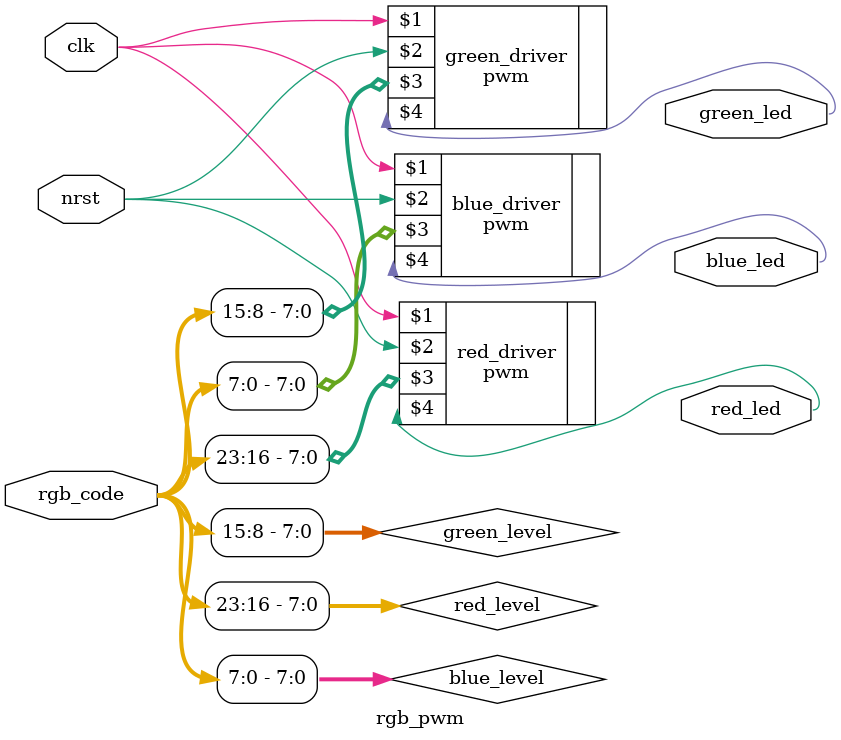
<source format=v>
`timescale 1ns / 1ps


module rgb_pwm(
    input clk, nrst,
    input [23:0] rgb_code,
    output red_led,
    output green_led,
    output blue_led
    );
    
    wire [7:0] red_level, green_level, blue_level;
    assign red_level = rgb_code[23:16];
    assign green_level = rgb_code[15:8];
    assign blue_level = rgb_code[7:0];
    
    pwm red_driver(clk, nrst, red_level, red_led);
    pwm green_driver(clk, nrst, green_level, green_led);
    pwm blue_driver(clk, nrst, blue_level, blue_led);
endmodule

</source>
